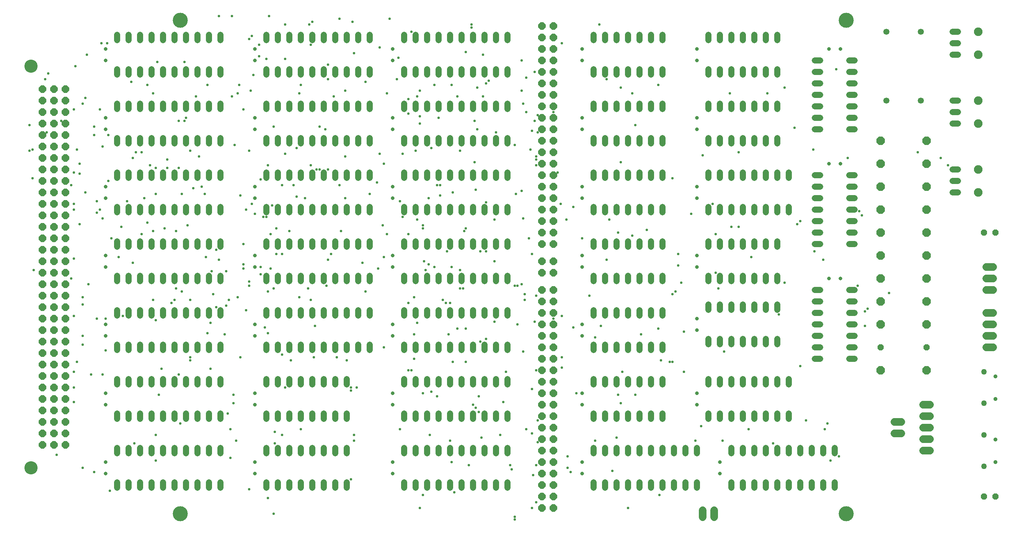
<source format=gbr>
G04 EAGLE Gerber RS-274X export*
G75*
%MOMM*%
%FSLAX34Y34*%
%LPD*%
%INSoldermask Top*%
%IPPOS*%
%AMOC8*
5,1,8,0,0,1.08239X$1,22.5*%
G01*
%ADD10C,3.327000*%
%ADD11C,1.346200*%
%ADD12C,1.346200*%
%ADD13P,1.951982X8X22.500000*%
%ADD14P,1.951982X8X202.500000*%
%ADD15C,1.905000*%
%ADD16C,0.803212*%
%ADD17C,1.651000*%
%ADD18C,0.889000*%
%ADD19C,1.270000*%
%ADD20P,1.457113X8X202.500000*%
%ADD21P,1.457113X8X22.500000*%
%ADD22P,1.787026X8X292.500000*%
%ADD23P,1.787026X8X202.500000*%
%ADD24C,2.921000*%
%ADD25C,0.584200*%


D10*
X152400Y1117600D03*
X152400Y25400D03*
X1625600Y25400D03*
X1625600Y1117600D03*
D11*
X647700Y856996D02*
X647700Y844804D01*
X673100Y844804D02*
X673100Y856996D01*
X800100Y856996D02*
X800100Y844804D01*
X825500Y844804D02*
X825500Y856996D01*
X698500Y856996D02*
X698500Y844804D01*
X723900Y844804D02*
X723900Y856996D01*
X774700Y856996D02*
X774700Y844804D01*
X749300Y844804D02*
X749300Y856996D01*
X850900Y856996D02*
X850900Y844804D01*
X876300Y844804D02*
X876300Y856996D01*
X876300Y921004D02*
X876300Y933196D01*
X850900Y933196D02*
X850900Y921004D01*
X825500Y921004D02*
X825500Y933196D01*
X800100Y933196D02*
X800100Y921004D01*
X774700Y921004D02*
X774700Y933196D01*
X749300Y933196D02*
X749300Y921004D01*
X723900Y921004D02*
X723900Y933196D01*
X698500Y933196D02*
X698500Y921004D01*
X673100Y921004D02*
X673100Y933196D01*
X647700Y933196D02*
X647700Y921004D01*
X342900Y704596D02*
X342900Y692404D01*
X368300Y692404D02*
X368300Y704596D01*
X495300Y704596D02*
X495300Y692404D01*
X520700Y692404D02*
X520700Y704596D01*
X393700Y704596D02*
X393700Y692404D01*
X419100Y692404D02*
X419100Y704596D01*
X469900Y704596D02*
X469900Y692404D01*
X444500Y692404D02*
X444500Y704596D01*
X546100Y704596D02*
X546100Y692404D01*
X571500Y692404D02*
X571500Y704596D01*
X571500Y768604D02*
X571500Y780796D01*
X546100Y780796D02*
X546100Y768604D01*
X520700Y768604D02*
X520700Y780796D01*
X495300Y780796D02*
X495300Y768604D01*
X469900Y768604D02*
X469900Y780796D01*
X444500Y780796D02*
X444500Y768604D01*
X419100Y768604D02*
X419100Y780796D01*
X393700Y780796D02*
X393700Y768604D01*
X368300Y768604D02*
X368300Y780796D01*
X342900Y780796D02*
X342900Y768604D01*
X342900Y997204D02*
X342900Y1009396D01*
X368300Y1009396D02*
X368300Y997204D01*
X495300Y997204D02*
X495300Y1009396D01*
X520700Y1009396D02*
X520700Y997204D01*
X393700Y997204D02*
X393700Y1009396D01*
X419100Y1009396D02*
X419100Y997204D01*
X469900Y997204D02*
X469900Y1009396D01*
X444500Y1009396D02*
X444500Y997204D01*
X546100Y997204D02*
X546100Y1009396D01*
X571500Y1009396D02*
X571500Y997204D01*
X571500Y1073404D02*
X571500Y1085596D01*
X546100Y1085596D02*
X546100Y1073404D01*
X520700Y1073404D02*
X520700Y1085596D01*
X495300Y1085596D02*
X495300Y1073404D01*
X469900Y1073404D02*
X469900Y1085596D01*
X444500Y1085596D02*
X444500Y1073404D01*
X419100Y1073404D02*
X419100Y1085596D01*
X393700Y1085596D02*
X393700Y1073404D01*
X368300Y1073404D02*
X368300Y1085596D01*
X342900Y1085596D02*
X342900Y1073404D01*
X647700Y704596D02*
X647700Y692404D01*
X673100Y692404D02*
X673100Y704596D01*
X800100Y704596D02*
X800100Y692404D01*
X825500Y692404D02*
X825500Y704596D01*
X698500Y704596D02*
X698500Y692404D01*
X723900Y692404D02*
X723900Y704596D01*
X774700Y704596D02*
X774700Y692404D01*
X749300Y692404D02*
X749300Y704596D01*
X850900Y704596D02*
X850900Y692404D01*
X876300Y692404D02*
X876300Y704596D01*
X876300Y768604D02*
X876300Y780796D01*
X850900Y780796D02*
X850900Y768604D01*
X825500Y768604D02*
X825500Y780796D01*
X800100Y780796D02*
X800100Y768604D01*
X774700Y768604D02*
X774700Y780796D01*
X749300Y780796D02*
X749300Y768604D01*
X723900Y768604D02*
X723900Y780796D01*
X698500Y780796D02*
X698500Y768604D01*
X673100Y768604D02*
X673100Y780796D01*
X647700Y780796D02*
X647700Y768604D01*
X12700Y997204D02*
X12700Y1009396D01*
X38100Y1009396D02*
X38100Y997204D01*
X165100Y997204D02*
X165100Y1009396D01*
X190500Y1009396D02*
X190500Y997204D01*
X63500Y997204D02*
X63500Y1009396D01*
X88900Y1009396D02*
X88900Y997204D01*
X139700Y997204D02*
X139700Y1009396D01*
X114300Y1009396D02*
X114300Y997204D01*
X215900Y997204D02*
X215900Y1009396D01*
X241300Y1009396D02*
X241300Y997204D01*
X241300Y1073404D02*
X241300Y1085596D01*
X215900Y1085596D02*
X215900Y1073404D01*
X190500Y1073404D02*
X190500Y1085596D01*
X165100Y1085596D02*
X165100Y1073404D01*
X139700Y1073404D02*
X139700Y1085596D01*
X114300Y1085596D02*
X114300Y1073404D01*
X88900Y1073404D02*
X88900Y1085596D01*
X63500Y1085596D02*
X63500Y1073404D01*
X38100Y1073404D02*
X38100Y1085596D01*
X12700Y1085596D02*
X12700Y1073404D01*
X1066800Y94996D02*
X1066800Y82804D01*
X1092200Y82804D02*
X1092200Y94996D01*
X1219200Y94996D02*
X1219200Y82804D01*
X1244600Y82804D02*
X1244600Y94996D01*
X1117600Y94996D02*
X1117600Y82804D01*
X1143000Y82804D02*
X1143000Y94996D01*
X1193800Y94996D02*
X1193800Y82804D01*
X1168400Y82804D02*
X1168400Y94996D01*
X1270000Y94996D02*
X1270000Y82804D01*
X1295400Y82804D02*
X1295400Y94996D01*
X1295400Y159004D02*
X1295400Y171196D01*
X1270000Y171196D02*
X1270000Y159004D01*
X1244600Y159004D02*
X1244600Y171196D01*
X1219200Y171196D02*
X1219200Y159004D01*
X1193800Y159004D02*
X1193800Y171196D01*
X1168400Y171196D02*
X1168400Y159004D01*
X1143000Y159004D02*
X1143000Y171196D01*
X1117600Y171196D02*
X1117600Y159004D01*
X1092200Y159004D02*
X1092200Y171196D01*
X1066800Y171196D02*
X1066800Y159004D01*
X647700Y387604D02*
X647700Y399796D01*
X673100Y399796D02*
X673100Y387604D01*
X800100Y387604D02*
X800100Y399796D01*
X825500Y399796D02*
X825500Y387604D01*
X698500Y387604D02*
X698500Y399796D01*
X723900Y399796D02*
X723900Y387604D01*
X774700Y387604D02*
X774700Y399796D01*
X749300Y399796D02*
X749300Y387604D01*
X850900Y387604D02*
X850900Y399796D01*
X876300Y399796D02*
X876300Y387604D01*
X876300Y463804D02*
X876300Y475996D01*
X850900Y475996D02*
X850900Y463804D01*
X825500Y463804D02*
X825500Y475996D01*
X800100Y475996D02*
X800100Y463804D01*
X774700Y463804D02*
X774700Y475996D01*
X749300Y475996D02*
X749300Y463804D01*
X723900Y463804D02*
X723900Y475996D01*
X698500Y475996D02*
X698500Y463804D01*
X673100Y463804D02*
X673100Y475996D01*
X647700Y475996D02*
X647700Y463804D01*
X647700Y247396D02*
X647700Y235204D01*
X673100Y235204D02*
X673100Y247396D01*
X800100Y247396D02*
X800100Y235204D01*
X825500Y235204D02*
X825500Y247396D01*
X698500Y247396D02*
X698500Y235204D01*
X723900Y235204D02*
X723900Y247396D01*
X774700Y247396D02*
X774700Y235204D01*
X749300Y235204D02*
X749300Y247396D01*
X850900Y247396D02*
X850900Y235204D01*
X876300Y235204D02*
X876300Y247396D01*
X876300Y311404D02*
X876300Y323596D01*
X850900Y323596D02*
X850900Y311404D01*
X825500Y311404D02*
X825500Y323596D01*
X800100Y323596D02*
X800100Y311404D01*
X774700Y311404D02*
X774700Y323596D01*
X749300Y323596D02*
X749300Y311404D01*
X723900Y311404D02*
X723900Y323596D01*
X698500Y323596D02*
X698500Y311404D01*
X673100Y311404D02*
X673100Y323596D01*
X647700Y323596D02*
X647700Y311404D01*
X1320800Y247396D02*
X1320800Y235204D01*
X1346200Y235204D02*
X1346200Y247396D01*
X1473200Y247396D02*
X1473200Y235204D01*
X1498600Y235204D02*
X1498600Y247396D01*
X1371600Y247396D02*
X1371600Y235204D01*
X1397000Y235204D02*
X1397000Y247396D01*
X1447800Y247396D02*
X1447800Y235204D01*
X1422400Y235204D02*
X1422400Y247396D01*
X1498600Y311404D02*
X1498600Y323596D01*
X1473200Y323596D02*
X1473200Y311404D01*
X1447800Y311404D02*
X1447800Y323596D01*
X1422400Y323596D02*
X1422400Y311404D01*
X1397000Y311404D02*
X1397000Y323596D01*
X1371600Y323596D02*
X1371600Y311404D01*
X1346200Y311404D02*
X1346200Y323596D01*
X1320800Y323596D02*
X1320800Y311404D01*
X1320800Y692404D02*
X1320800Y704596D01*
X1346200Y704596D02*
X1346200Y692404D01*
X1473200Y692404D02*
X1473200Y704596D01*
X1498600Y704596D02*
X1498600Y692404D01*
X1371600Y692404D02*
X1371600Y704596D01*
X1397000Y704596D02*
X1397000Y692404D01*
X1447800Y692404D02*
X1447800Y704596D01*
X1422400Y704596D02*
X1422400Y692404D01*
X1498600Y768604D02*
X1498600Y780796D01*
X1473200Y780796D02*
X1473200Y768604D01*
X1447800Y768604D02*
X1447800Y780796D01*
X1422400Y780796D02*
X1422400Y768604D01*
X1397000Y768604D02*
X1397000Y780796D01*
X1371600Y780796D02*
X1371600Y768604D01*
X1346200Y768604D02*
X1346200Y780796D01*
X1320800Y780796D02*
X1320800Y768604D01*
X1371600Y94996D02*
X1371600Y82804D01*
X1397000Y82804D02*
X1397000Y94996D01*
X1524000Y94996D02*
X1524000Y82804D01*
X1549400Y82804D02*
X1549400Y94996D01*
X1422400Y94996D02*
X1422400Y82804D01*
X1447800Y82804D02*
X1447800Y94996D01*
X1498600Y94996D02*
X1498600Y82804D01*
X1473200Y82804D02*
X1473200Y94996D01*
X1574800Y94996D02*
X1574800Y82804D01*
X1600200Y82804D02*
X1600200Y94996D01*
X1600200Y159004D02*
X1600200Y171196D01*
X1574800Y171196D02*
X1574800Y159004D01*
X1549400Y159004D02*
X1549400Y171196D01*
X1524000Y171196D02*
X1524000Y159004D01*
X1498600Y159004D02*
X1498600Y171196D01*
X1473200Y171196D02*
X1473200Y159004D01*
X1447800Y159004D02*
X1447800Y171196D01*
X1422400Y171196D02*
X1422400Y159004D01*
X1397000Y159004D02*
X1397000Y171196D01*
X1371600Y171196D02*
X1371600Y159004D01*
X12700Y235204D02*
X12700Y247396D01*
X38100Y247396D02*
X38100Y235204D01*
X165100Y235204D02*
X165100Y247396D01*
X190500Y247396D02*
X190500Y235204D01*
X63500Y235204D02*
X63500Y247396D01*
X88900Y247396D02*
X88900Y235204D01*
X139700Y235204D02*
X139700Y247396D01*
X114300Y247396D02*
X114300Y235204D01*
X215900Y235204D02*
X215900Y247396D01*
X241300Y247396D02*
X241300Y235204D01*
X241300Y311404D02*
X241300Y323596D01*
X215900Y323596D02*
X215900Y311404D01*
X190500Y311404D02*
X190500Y323596D01*
X165100Y323596D02*
X165100Y311404D01*
X139700Y311404D02*
X139700Y323596D01*
X114300Y323596D02*
X114300Y311404D01*
X88900Y311404D02*
X88900Y323596D01*
X63500Y323596D02*
X63500Y311404D01*
X38100Y311404D02*
X38100Y323596D01*
X12700Y323596D02*
X12700Y311404D01*
X342900Y94996D02*
X342900Y82804D01*
X368300Y82804D02*
X368300Y94996D01*
X495300Y94996D02*
X495300Y82804D01*
X520700Y82804D02*
X520700Y94996D01*
X393700Y94996D02*
X393700Y82804D01*
X419100Y82804D02*
X419100Y94996D01*
X469900Y94996D02*
X469900Y82804D01*
X444500Y82804D02*
X444500Y94996D01*
X520700Y159004D02*
X520700Y171196D01*
X495300Y171196D02*
X495300Y159004D01*
X469900Y159004D02*
X469900Y171196D01*
X444500Y171196D02*
X444500Y159004D01*
X419100Y159004D02*
X419100Y171196D01*
X393700Y171196D02*
X393700Y159004D01*
X368300Y159004D02*
X368300Y171196D01*
X342900Y171196D02*
X342900Y159004D01*
X342900Y235204D02*
X342900Y247396D01*
X368300Y247396D02*
X368300Y235204D01*
X495300Y235204D02*
X495300Y247396D01*
X520700Y247396D02*
X520700Y235204D01*
X393700Y235204D02*
X393700Y247396D01*
X419100Y247396D02*
X419100Y235204D01*
X469900Y235204D02*
X469900Y247396D01*
X444500Y247396D02*
X444500Y235204D01*
X520700Y311404D02*
X520700Y323596D01*
X495300Y323596D02*
X495300Y311404D01*
X469900Y311404D02*
X469900Y323596D01*
X444500Y323596D02*
X444500Y311404D01*
X419100Y311404D02*
X419100Y323596D01*
X393700Y323596D02*
X393700Y311404D01*
X368300Y311404D02*
X368300Y323596D01*
X342900Y323596D02*
X342900Y311404D01*
X12700Y94996D02*
X12700Y82804D01*
X38100Y82804D02*
X38100Y94996D01*
X165100Y94996D02*
X165100Y82804D01*
X190500Y82804D02*
X190500Y94996D01*
X63500Y94996D02*
X63500Y82804D01*
X88900Y82804D02*
X88900Y94996D01*
X139700Y94996D02*
X139700Y82804D01*
X114300Y82804D02*
X114300Y94996D01*
X215900Y94996D02*
X215900Y82804D01*
X241300Y82804D02*
X241300Y94996D01*
X241300Y159004D02*
X241300Y171196D01*
X215900Y171196D02*
X215900Y159004D01*
X190500Y159004D02*
X190500Y171196D01*
X165100Y171196D02*
X165100Y159004D01*
X139700Y159004D02*
X139700Y171196D01*
X114300Y171196D02*
X114300Y159004D01*
X88900Y159004D02*
X88900Y171196D01*
X63500Y171196D02*
X63500Y159004D01*
X38100Y159004D02*
X38100Y171196D01*
X12700Y171196D02*
X12700Y159004D01*
X1556004Y520700D02*
X1568196Y520700D01*
X1568196Y495300D02*
X1556004Y495300D01*
X1556004Y368300D02*
X1568196Y368300D01*
X1632204Y368300D02*
X1644396Y368300D01*
X1568196Y469900D02*
X1556004Y469900D01*
X1556004Y444500D02*
X1568196Y444500D01*
X1568196Y393700D02*
X1556004Y393700D01*
X1556004Y419100D02*
X1568196Y419100D01*
X1632204Y393700D02*
X1644396Y393700D01*
X1644396Y419100D02*
X1632204Y419100D01*
X1632204Y444500D02*
X1644396Y444500D01*
X1644396Y469900D02*
X1632204Y469900D01*
X1632204Y495300D02*
X1644396Y495300D01*
X1644396Y520700D02*
X1632204Y520700D01*
X1066800Y247396D02*
X1066800Y235204D01*
X1092200Y235204D02*
X1092200Y247396D01*
X1219200Y247396D02*
X1219200Y235204D01*
X1219200Y311404D02*
X1219200Y323596D01*
X1117600Y247396D02*
X1117600Y235204D01*
X1143000Y235204D02*
X1143000Y247396D01*
X1193800Y247396D02*
X1193800Y235204D01*
X1168400Y235204D02*
X1168400Y247396D01*
X1193800Y311404D02*
X1193800Y323596D01*
X1168400Y323596D02*
X1168400Y311404D01*
X1143000Y311404D02*
X1143000Y323596D01*
X1117600Y323596D02*
X1117600Y311404D01*
X1092200Y311404D02*
X1092200Y323596D01*
X1066800Y323596D02*
X1066800Y311404D01*
X1066800Y387604D02*
X1066800Y399796D01*
X1092200Y399796D02*
X1092200Y387604D01*
X1219200Y387604D02*
X1219200Y399796D01*
X1219200Y463804D02*
X1219200Y475996D01*
X1117600Y399796D02*
X1117600Y387604D01*
X1143000Y387604D02*
X1143000Y399796D01*
X1193800Y399796D02*
X1193800Y387604D01*
X1168400Y387604D02*
X1168400Y399796D01*
X1193800Y463804D02*
X1193800Y475996D01*
X1168400Y475996D02*
X1168400Y463804D01*
X1143000Y463804D02*
X1143000Y475996D01*
X1117600Y475996D02*
X1117600Y463804D01*
X1092200Y463804D02*
X1092200Y475996D01*
X1066800Y475996D02*
X1066800Y463804D01*
D12*
X1714500Y1092200D03*
X1714500Y939800D03*
X1790700Y939800D03*
X1790700Y1092200D03*
D11*
X647700Y94996D02*
X647700Y82804D01*
X673100Y82804D02*
X673100Y94996D01*
X800100Y94996D02*
X800100Y82804D01*
X825500Y82804D02*
X825500Y94996D01*
X698500Y94996D02*
X698500Y82804D01*
X723900Y82804D02*
X723900Y94996D01*
X774700Y94996D02*
X774700Y82804D01*
X749300Y82804D02*
X749300Y94996D01*
X850900Y94996D02*
X850900Y82804D01*
X876300Y82804D02*
X876300Y94996D01*
X876300Y159004D02*
X876300Y171196D01*
X850900Y171196D02*
X850900Y159004D01*
X825500Y159004D02*
X825500Y171196D01*
X800100Y171196D02*
X800100Y159004D01*
X774700Y159004D02*
X774700Y171196D01*
X749300Y171196D02*
X749300Y159004D01*
X723900Y159004D02*
X723900Y171196D01*
X698500Y171196D02*
X698500Y159004D01*
X673100Y159004D02*
X673100Y171196D01*
X647700Y171196D02*
X647700Y159004D01*
X1066800Y844804D02*
X1066800Y856996D01*
X1092200Y856996D02*
X1092200Y844804D01*
X1219200Y844804D02*
X1219200Y856996D01*
X1219200Y921004D02*
X1219200Y933196D01*
X1117600Y856996D02*
X1117600Y844804D01*
X1143000Y844804D02*
X1143000Y856996D01*
X1193800Y856996D02*
X1193800Y844804D01*
X1168400Y844804D02*
X1168400Y856996D01*
X1193800Y921004D02*
X1193800Y933196D01*
X1168400Y933196D02*
X1168400Y921004D01*
X1143000Y921004D02*
X1143000Y933196D01*
X1117600Y933196D02*
X1117600Y921004D01*
X1092200Y921004D02*
X1092200Y933196D01*
X1066800Y933196D02*
X1066800Y921004D01*
X1556004Y1028700D02*
X1568196Y1028700D01*
X1568196Y1003300D02*
X1556004Y1003300D01*
X1556004Y876300D02*
X1568196Y876300D01*
X1632204Y876300D02*
X1644396Y876300D01*
X1568196Y977900D02*
X1556004Y977900D01*
X1556004Y952500D02*
X1568196Y952500D01*
X1568196Y901700D02*
X1556004Y901700D01*
X1556004Y927100D02*
X1568196Y927100D01*
X1632204Y901700D02*
X1644396Y901700D01*
X1644396Y927100D02*
X1632204Y927100D01*
X1632204Y952500D02*
X1644396Y952500D01*
X1644396Y977900D02*
X1632204Y977900D01*
X1632204Y1003300D02*
X1644396Y1003300D01*
X1644396Y1028700D02*
X1632204Y1028700D01*
D13*
X1701800Y647700D03*
X1803400Y647700D03*
D14*
X1803400Y596900D03*
X1701800Y596900D03*
D11*
X1066800Y552196D02*
X1066800Y540004D01*
X1092200Y540004D02*
X1092200Y552196D01*
X1219200Y552196D02*
X1219200Y540004D01*
X1219200Y616204D02*
X1219200Y628396D01*
X1117600Y552196D02*
X1117600Y540004D01*
X1143000Y540004D02*
X1143000Y552196D01*
X1193800Y552196D02*
X1193800Y540004D01*
X1168400Y540004D02*
X1168400Y552196D01*
X1193800Y616204D02*
X1193800Y628396D01*
X1168400Y628396D02*
X1168400Y616204D01*
X1143000Y616204D02*
X1143000Y628396D01*
X1117600Y628396D02*
X1117600Y616204D01*
X1092200Y616204D02*
X1092200Y628396D01*
X1066800Y628396D02*
X1066800Y616204D01*
X1320800Y412496D02*
X1320800Y400304D01*
X1346200Y400304D02*
X1346200Y412496D01*
X1473200Y412496D02*
X1473200Y400304D01*
X1473200Y476504D02*
X1473200Y488696D01*
X1371600Y412496D02*
X1371600Y400304D01*
X1397000Y400304D02*
X1397000Y412496D01*
X1447800Y412496D02*
X1447800Y400304D01*
X1422400Y400304D02*
X1422400Y412496D01*
X1447800Y476504D02*
X1447800Y488696D01*
X1422400Y488696D02*
X1422400Y476504D01*
X1397000Y476504D02*
X1397000Y488696D01*
X1371600Y488696D02*
X1371600Y476504D01*
X1346200Y476504D02*
X1346200Y488696D01*
X1320800Y488696D02*
X1320800Y476504D01*
D13*
X1701800Y850900D03*
X1803400Y850900D03*
X1701800Y800100D03*
X1803400Y800100D03*
D11*
X1860804Y1092200D02*
X1872996Y1092200D01*
X1872996Y1066800D02*
X1860804Y1066800D01*
X1860804Y1041400D02*
X1872996Y1041400D01*
D15*
X1917700Y1092200D03*
X1917700Y1041400D03*
D13*
X1701800Y749300D03*
X1803400Y749300D03*
D14*
X1803400Y698500D03*
X1701800Y698500D03*
D11*
X1860804Y939800D02*
X1872996Y939800D01*
X1872996Y914400D02*
X1860804Y914400D01*
X1860804Y889000D02*
X1872996Y889000D01*
D15*
X1917700Y939800D03*
X1917700Y889000D03*
D11*
X1568196Y774700D02*
X1556004Y774700D01*
X1556004Y749300D02*
X1568196Y749300D01*
X1568196Y622300D02*
X1556004Y622300D01*
X1632204Y622300D02*
X1644396Y622300D01*
X1568196Y723900D02*
X1556004Y723900D01*
X1556004Y698500D02*
X1568196Y698500D01*
X1568196Y647700D02*
X1556004Y647700D01*
X1556004Y673100D02*
X1568196Y673100D01*
X1632204Y647700D02*
X1644396Y647700D01*
X1644396Y673100D02*
X1632204Y673100D01*
X1632204Y698500D02*
X1644396Y698500D01*
X1644396Y723900D02*
X1632204Y723900D01*
X1632204Y749300D02*
X1644396Y749300D01*
X1644396Y774700D02*
X1632204Y774700D01*
X1320800Y997204D02*
X1320800Y1009396D01*
X1346200Y1009396D02*
X1346200Y997204D01*
X1473200Y997204D02*
X1473200Y1009396D01*
X1473200Y1073404D02*
X1473200Y1085596D01*
X1371600Y1009396D02*
X1371600Y997204D01*
X1397000Y997204D02*
X1397000Y1009396D01*
X1447800Y1009396D02*
X1447800Y997204D01*
X1422400Y997204D02*
X1422400Y1009396D01*
X1447800Y1073404D02*
X1447800Y1085596D01*
X1422400Y1085596D02*
X1422400Y1073404D01*
X1397000Y1073404D02*
X1397000Y1085596D01*
X1371600Y1085596D02*
X1371600Y1073404D01*
X1346200Y1073404D02*
X1346200Y1085596D01*
X1320800Y1085596D02*
X1320800Y1073404D01*
X647700Y1009396D02*
X647700Y997204D01*
X673100Y997204D02*
X673100Y1009396D01*
X800100Y1009396D02*
X800100Y997204D01*
X825500Y997204D02*
X825500Y1009396D01*
X698500Y1009396D02*
X698500Y997204D01*
X723900Y997204D02*
X723900Y1009396D01*
X774700Y1009396D02*
X774700Y997204D01*
X749300Y997204D02*
X749300Y1009396D01*
X850900Y1009396D02*
X850900Y997204D01*
X876300Y997204D02*
X876300Y1009396D01*
X876300Y1073404D02*
X876300Y1085596D01*
X850900Y1085596D02*
X850900Y1073404D01*
X825500Y1073404D02*
X825500Y1085596D01*
X800100Y1085596D02*
X800100Y1073404D01*
X774700Y1073404D02*
X774700Y1085596D01*
X749300Y1085596D02*
X749300Y1073404D01*
X723900Y1073404D02*
X723900Y1085596D01*
X698500Y1085596D02*
X698500Y1073404D01*
X673100Y1073404D02*
X673100Y1085596D01*
X647700Y1085596D02*
X647700Y1073404D01*
X342900Y856996D02*
X342900Y844804D01*
X368300Y844804D02*
X368300Y856996D01*
X495300Y856996D02*
X495300Y844804D01*
X520700Y844804D02*
X520700Y856996D01*
X393700Y856996D02*
X393700Y844804D01*
X419100Y844804D02*
X419100Y856996D01*
X469900Y856996D02*
X469900Y844804D01*
X444500Y844804D02*
X444500Y856996D01*
X546100Y856996D02*
X546100Y844804D01*
X571500Y844804D02*
X571500Y856996D01*
X571500Y921004D02*
X571500Y933196D01*
X546100Y933196D02*
X546100Y921004D01*
X520700Y921004D02*
X520700Y933196D01*
X495300Y933196D02*
X495300Y921004D01*
X469900Y921004D02*
X469900Y933196D01*
X444500Y933196D02*
X444500Y921004D01*
X419100Y921004D02*
X419100Y933196D01*
X393700Y933196D02*
X393700Y921004D01*
X368300Y921004D02*
X368300Y933196D01*
X342900Y933196D02*
X342900Y921004D01*
X1066800Y997204D02*
X1066800Y1009396D01*
X1092200Y1009396D02*
X1092200Y997204D01*
X1219200Y997204D02*
X1219200Y1009396D01*
X1219200Y1073404D02*
X1219200Y1085596D01*
X1117600Y1009396D02*
X1117600Y997204D01*
X1143000Y997204D02*
X1143000Y1009396D01*
X1193800Y1009396D02*
X1193800Y997204D01*
X1168400Y997204D02*
X1168400Y1009396D01*
X1193800Y1073404D02*
X1193800Y1085596D01*
X1168400Y1085596D02*
X1168400Y1073404D01*
X1143000Y1073404D02*
X1143000Y1085596D01*
X1117600Y1085596D02*
X1117600Y1073404D01*
X1092200Y1073404D02*
X1092200Y1085596D01*
X1066800Y1085596D02*
X1066800Y1073404D01*
X1320800Y552196D02*
X1320800Y540004D01*
X1346200Y540004D02*
X1346200Y552196D01*
X1473200Y552196D02*
X1473200Y540004D01*
X1473200Y616204D02*
X1473200Y628396D01*
X1371600Y552196D02*
X1371600Y540004D01*
X1397000Y540004D02*
X1397000Y552196D01*
X1447800Y552196D02*
X1447800Y540004D01*
X1422400Y540004D02*
X1422400Y552196D01*
X1447800Y616204D02*
X1447800Y628396D01*
X1422400Y628396D02*
X1422400Y616204D01*
X1397000Y616204D02*
X1397000Y628396D01*
X1371600Y628396D02*
X1371600Y616204D01*
X1346200Y616204D02*
X1346200Y628396D01*
X1320800Y628396D02*
X1320800Y616204D01*
X12700Y844804D02*
X12700Y856996D01*
X38100Y856996D02*
X38100Y844804D01*
X165100Y844804D02*
X165100Y856996D01*
X190500Y856996D02*
X190500Y844804D01*
X63500Y844804D02*
X63500Y856996D01*
X88900Y856996D02*
X88900Y844804D01*
X139700Y844804D02*
X139700Y856996D01*
X114300Y856996D02*
X114300Y844804D01*
X215900Y844804D02*
X215900Y856996D01*
X241300Y856996D02*
X241300Y844804D01*
X241300Y921004D02*
X241300Y933196D01*
X215900Y933196D02*
X215900Y921004D01*
X190500Y921004D02*
X190500Y933196D01*
X165100Y933196D02*
X165100Y921004D01*
X139700Y921004D02*
X139700Y933196D01*
X114300Y933196D02*
X114300Y921004D01*
X88900Y921004D02*
X88900Y933196D01*
X63500Y933196D02*
X63500Y921004D01*
X38100Y921004D02*
X38100Y933196D01*
X12700Y933196D02*
X12700Y921004D01*
X12700Y704596D02*
X12700Y692404D01*
X38100Y692404D02*
X38100Y704596D01*
X165100Y704596D02*
X165100Y692404D01*
X190500Y692404D02*
X190500Y704596D01*
X63500Y704596D02*
X63500Y692404D01*
X88900Y692404D02*
X88900Y704596D01*
X139700Y704596D02*
X139700Y692404D01*
X114300Y692404D02*
X114300Y704596D01*
X215900Y704596D02*
X215900Y692404D01*
X241300Y692404D02*
X241300Y704596D01*
X241300Y768604D02*
X241300Y780796D01*
X215900Y780796D02*
X215900Y768604D01*
X190500Y768604D02*
X190500Y780796D01*
X165100Y780796D02*
X165100Y768604D01*
X139700Y768604D02*
X139700Y780796D01*
X114300Y780796D02*
X114300Y768604D01*
X88900Y768604D02*
X88900Y780796D01*
X63500Y780796D02*
X63500Y768604D01*
X38100Y768604D02*
X38100Y780796D01*
X12700Y780796D02*
X12700Y768604D01*
X12700Y552196D02*
X12700Y540004D01*
X38100Y540004D02*
X38100Y552196D01*
X165100Y552196D02*
X165100Y540004D01*
X190500Y540004D02*
X190500Y552196D01*
X63500Y552196D02*
X63500Y540004D01*
X88900Y540004D02*
X88900Y552196D01*
X139700Y552196D02*
X139700Y540004D01*
X114300Y540004D02*
X114300Y552196D01*
X215900Y552196D02*
X215900Y540004D01*
X241300Y540004D02*
X241300Y552196D01*
X241300Y616204D02*
X241300Y628396D01*
X215900Y628396D02*
X215900Y616204D01*
X190500Y616204D02*
X190500Y628396D01*
X165100Y628396D02*
X165100Y616204D01*
X139700Y616204D02*
X139700Y628396D01*
X114300Y628396D02*
X114300Y616204D01*
X88900Y616204D02*
X88900Y628396D01*
X63500Y628396D02*
X63500Y616204D01*
X38100Y616204D02*
X38100Y628396D01*
X12700Y628396D02*
X12700Y616204D01*
D16*
X1041400Y139700D03*
X1041400Y114300D03*
X1041400Y292100D03*
X1041400Y266700D03*
X1041400Y444500D03*
X1041400Y419100D03*
X317500Y139700D03*
X317500Y114300D03*
X1295400Y749300D03*
X1295400Y723900D03*
X1295400Y457200D03*
X1295400Y431800D03*
X1041400Y749300D03*
X1041400Y723900D03*
X1041400Y901700D03*
X1041400Y876300D03*
X622300Y571500D03*
X622300Y596900D03*
X317500Y444500D03*
X317500Y419100D03*
X622300Y1054100D03*
X622300Y1028700D03*
X317500Y292100D03*
X317500Y266700D03*
X622300Y723900D03*
X622300Y749300D03*
X622300Y114300D03*
X622300Y139700D03*
X317500Y596900D03*
X317500Y571500D03*
X317500Y749300D03*
X317500Y723900D03*
X622300Y901700D03*
X622300Y876300D03*
X317500Y901700D03*
X317500Y876300D03*
X-12700Y1054100D03*
X-12700Y1028700D03*
X317500Y1054100D03*
X317500Y1028700D03*
X-12700Y901700D03*
X-12700Y876300D03*
X-12700Y749300D03*
X-12700Y723900D03*
X-12700Y596900D03*
X-12700Y571500D03*
X-12700Y444500D03*
X-12700Y419100D03*
D11*
X12700Y399796D02*
X12700Y387604D01*
X38100Y387604D02*
X38100Y399796D01*
X165100Y399796D02*
X165100Y387604D01*
X190500Y387604D02*
X190500Y399796D01*
X63500Y399796D02*
X63500Y387604D01*
X88900Y387604D02*
X88900Y399796D01*
X139700Y399796D02*
X139700Y387604D01*
X114300Y387604D02*
X114300Y399796D01*
X215900Y399796D02*
X215900Y387604D01*
X241300Y387604D02*
X241300Y399796D01*
X241300Y463804D02*
X241300Y475996D01*
X215900Y475996D02*
X215900Y463804D01*
X190500Y463804D02*
X190500Y475996D01*
X165100Y475996D02*
X165100Y463804D01*
X139700Y463804D02*
X139700Y475996D01*
X114300Y475996D02*
X114300Y463804D01*
X88900Y463804D02*
X88900Y475996D01*
X63500Y475996D02*
X63500Y463804D01*
X38100Y463804D02*
X38100Y475996D01*
X12700Y475996D02*
X12700Y463804D01*
X342900Y399796D02*
X342900Y387604D01*
X368300Y387604D02*
X368300Y399796D01*
X495300Y399796D02*
X495300Y387604D01*
X520700Y387604D02*
X520700Y399796D01*
X393700Y399796D02*
X393700Y387604D01*
X419100Y387604D02*
X419100Y399796D01*
X469900Y399796D02*
X469900Y387604D01*
X444500Y387604D02*
X444500Y399796D01*
X546100Y399796D02*
X546100Y387604D01*
X571500Y387604D02*
X571500Y399796D01*
X571500Y463804D02*
X571500Y475996D01*
X546100Y475996D02*
X546100Y463804D01*
X520700Y463804D02*
X520700Y475996D01*
X495300Y475996D02*
X495300Y463804D01*
X469900Y463804D02*
X469900Y475996D01*
X444500Y475996D02*
X444500Y463804D01*
X419100Y463804D02*
X419100Y475996D01*
X393700Y475996D02*
X393700Y463804D01*
X368300Y463804D02*
X368300Y475996D01*
X342900Y475996D02*
X342900Y463804D01*
D16*
X1295400Y596900D03*
X1295400Y571500D03*
X1041400Y596900D03*
X1041400Y571500D03*
X-12700Y292100D03*
X-12700Y266700D03*
X-12700Y139700D03*
X-12700Y114300D03*
X622300Y444500D03*
X622300Y419100D03*
X1295400Y292100D03*
X1295400Y266700D03*
X1587500Y1054100D03*
X1612900Y1054100D03*
X1295400Y1054100D03*
X1295400Y1028700D03*
X1295400Y901700D03*
X1295400Y876300D03*
X1041400Y1054100D03*
X1041400Y1028700D03*
D11*
X1860804Y787400D02*
X1872996Y787400D01*
X1872996Y762000D02*
X1860804Y762000D01*
X1860804Y736600D02*
X1872996Y736600D01*
D15*
X1917700Y787400D03*
X1917700Y736600D03*
D11*
X1066800Y704596D02*
X1066800Y692404D01*
X1092200Y692404D02*
X1092200Y704596D01*
X1219200Y704596D02*
X1219200Y692404D01*
X1219200Y768604D02*
X1219200Y780796D01*
X1117600Y704596D02*
X1117600Y692404D01*
X1143000Y692404D02*
X1143000Y704596D01*
X1193800Y704596D02*
X1193800Y692404D01*
X1168400Y692404D02*
X1168400Y704596D01*
X1193800Y768604D02*
X1193800Y780796D01*
X1168400Y780796D02*
X1168400Y768604D01*
X1143000Y768604D02*
X1143000Y780796D01*
X1117600Y780796D02*
X1117600Y768604D01*
X1092200Y768604D02*
X1092200Y780796D01*
X1066800Y780796D02*
X1066800Y768604D01*
D17*
X1795780Y165100D02*
X1811020Y165100D01*
X1811020Y190500D02*
X1795780Y190500D01*
X1795780Y215900D02*
X1811020Y215900D01*
X1811020Y241300D02*
X1795780Y241300D01*
X1795780Y266700D02*
X1811020Y266700D01*
D16*
X1346200Y139700D03*
X1346200Y114300D03*
D13*
X1701800Y546100D03*
X1803400Y546100D03*
D11*
X1320800Y844804D02*
X1320800Y856996D01*
X1346200Y856996D02*
X1346200Y844804D01*
X1473200Y844804D02*
X1473200Y856996D01*
X1473200Y921004D02*
X1473200Y933196D01*
X1371600Y856996D02*
X1371600Y844804D01*
X1397000Y844804D02*
X1397000Y856996D01*
X1447800Y856996D02*
X1447800Y844804D01*
X1422400Y844804D02*
X1422400Y856996D01*
X1447800Y921004D02*
X1447800Y933196D01*
X1422400Y933196D02*
X1422400Y921004D01*
X1397000Y921004D02*
X1397000Y933196D01*
X1371600Y933196D02*
X1371600Y921004D01*
X1346200Y921004D02*
X1346200Y933196D01*
X1320800Y933196D02*
X1320800Y921004D01*
D18*
X1955800Y329800D03*
X1955800Y279800D03*
D19*
X1930800Y269800D03*
X1930800Y339800D03*
D14*
X1803400Y444500D03*
X1701800Y444500D03*
D18*
X1955800Y190100D03*
X1955800Y140100D03*
D19*
X1930800Y130100D03*
X1930800Y200100D03*
D14*
X1803400Y495300D03*
X1701800Y495300D03*
D20*
X1955800Y647700D03*
X1930400Y647700D03*
D21*
X1701800Y393700D03*
X1803400Y393700D03*
D16*
X622300Y266700D03*
X622300Y292100D03*
D22*
X952500Y1104900D03*
X952500Y1079500D03*
X952500Y1054100D03*
X952500Y1028700D03*
X952500Y1003300D03*
X952500Y977900D03*
X977900Y1104900D03*
X977900Y1079500D03*
X977900Y1054100D03*
X977900Y1028700D03*
X977900Y1003300D03*
X977900Y977900D03*
X952500Y952500D03*
X977900Y952500D03*
X952500Y927100D03*
X952500Y901700D03*
X952500Y876300D03*
X952500Y850900D03*
X952500Y825500D03*
X952500Y800100D03*
X977900Y927100D03*
X977900Y901700D03*
X977900Y876300D03*
X977900Y850900D03*
X977900Y825500D03*
X977900Y800100D03*
X952500Y774700D03*
X977900Y774700D03*
X952500Y749300D03*
X952500Y723900D03*
X952500Y698500D03*
X952500Y673100D03*
X952500Y647700D03*
X952500Y622300D03*
X977900Y749300D03*
X977900Y723900D03*
X977900Y698500D03*
X977900Y673100D03*
X977900Y647700D03*
X977900Y622300D03*
X952500Y520700D03*
X952500Y495300D03*
X952500Y469900D03*
X952500Y444500D03*
X952500Y419100D03*
X952500Y393700D03*
X977900Y520700D03*
X977900Y495300D03*
X977900Y469900D03*
X977900Y444500D03*
X977900Y419100D03*
X977900Y393700D03*
X952500Y368300D03*
X977900Y368300D03*
X952500Y342900D03*
X952500Y317500D03*
X952500Y292100D03*
X952500Y266700D03*
X952500Y241300D03*
X952500Y215900D03*
X977900Y342900D03*
X977900Y317500D03*
X977900Y292100D03*
X977900Y266700D03*
X977900Y241300D03*
X977900Y215900D03*
X952500Y190500D03*
X977900Y190500D03*
X952500Y165100D03*
X952500Y139700D03*
X952500Y114300D03*
X952500Y88900D03*
X952500Y63500D03*
X952500Y38100D03*
X977900Y165100D03*
X977900Y139700D03*
X977900Y114300D03*
X977900Y88900D03*
X977900Y63500D03*
X977900Y38100D03*
X952500Y584200D03*
X977900Y584200D03*
X952500Y558800D03*
X977900Y558800D03*
D11*
X647700Y552196D02*
X647700Y540004D01*
X673100Y540004D02*
X673100Y552196D01*
X800100Y552196D02*
X800100Y540004D01*
X825500Y540004D02*
X825500Y552196D01*
X698500Y552196D02*
X698500Y540004D01*
X723900Y540004D02*
X723900Y552196D01*
X774700Y552196D02*
X774700Y540004D01*
X749300Y540004D02*
X749300Y552196D01*
X850900Y552196D02*
X850900Y540004D01*
X876300Y540004D02*
X876300Y552196D01*
X876300Y616204D02*
X876300Y628396D01*
X850900Y628396D02*
X850900Y616204D01*
X825500Y616204D02*
X825500Y628396D01*
X800100Y628396D02*
X800100Y616204D01*
X774700Y616204D02*
X774700Y628396D01*
X749300Y628396D02*
X749300Y616204D01*
X723900Y616204D02*
X723900Y628396D01*
X698500Y628396D02*
X698500Y616204D01*
X673100Y616204D02*
X673100Y628396D01*
X647700Y628396D02*
X647700Y616204D01*
D17*
X1935480Y520700D02*
X1950720Y520700D01*
X1950720Y546100D02*
X1935480Y546100D01*
X1935480Y571500D02*
X1950720Y571500D01*
X1747520Y203200D02*
X1732280Y203200D01*
X1732280Y228600D02*
X1747520Y228600D01*
D11*
X342900Y540004D02*
X342900Y552196D01*
X368300Y552196D02*
X368300Y540004D01*
X495300Y540004D02*
X495300Y552196D01*
X520700Y552196D02*
X520700Y540004D01*
X393700Y540004D02*
X393700Y552196D01*
X419100Y552196D02*
X419100Y540004D01*
X469900Y540004D02*
X469900Y552196D01*
X444500Y552196D02*
X444500Y540004D01*
X546100Y540004D02*
X546100Y552196D01*
X571500Y552196D02*
X571500Y540004D01*
X571500Y616204D02*
X571500Y628396D01*
X546100Y628396D02*
X546100Y616204D01*
X520700Y616204D02*
X520700Y628396D01*
X495300Y628396D02*
X495300Y616204D01*
X469900Y616204D02*
X469900Y628396D01*
X444500Y628396D02*
X444500Y616204D01*
X419100Y616204D02*
X419100Y628396D01*
X393700Y628396D02*
X393700Y616204D01*
X368300Y616204D02*
X368300Y628396D01*
X342900Y628396D02*
X342900Y616204D01*
D17*
X1308100Y33020D02*
X1308100Y17780D01*
X1333500Y17780D02*
X1333500Y33020D01*
D23*
X-152400Y177800D03*
X-152400Y203200D03*
X-152400Y228600D03*
X-152400Y254000D03*
X-152400Y279400D03*
X-152400Y304800D03*
X-152400Y330200D03*
X-152400Y355600D03*
X-152400Y381000D03*
X-152400Y406400D03*
X-152400Y431800D03*
X-152400Y457200D03*
X-152400Y482600D03*
X-152400Y508000D03*
X-152400Y533400D03*
X-152400Y558800D03*
X-127000Y177800D03*
X-127000Y203200D03*
X-127000Y228600D03*
X-127000Y254000D03*
X-127000Y279400D03*
X-127000Y304800D03*
X-127000Y330200D03*
X-127000Y355600D03*
X-127000Y381000D03*
X-127000Y406400D03*
X-127000Y431800D03*
X-127000Y457200D03*
X-127000Y482600D03*
X-127000Y508000D03*
X-127000Y533400D03*
X-127000Y558800D03*
X-101600Y177800D03*
X-101600Y203200D03*
X-101600Y228600D03*
X-101600Y254000D03*
X-101600Y279400D03*
X-101600Y304800D03*
X-101600Y330200D03*
X-101600Y355600D03*
X-101600Y381000D03*
X-101600Y406400D03*
X-101600Y431800D03*
X-101600Y457200D03*
X-101600Y482600D03*
X-101600Y508000D03*
X-101600Y533400D03*
X-101600Y558800D03*
X-152400Y584200D03*
X-152400Y609600D03*
X-152400Y635000D03*
X-152400Y660400D03*
X-152400Y685800D03*
X-152400Y711200D03*
X-152400Y736600D03*
X-152400Y762000D03*
X-152400Y787400D03*
X-152400Y812800D03*
X-152400Y838200D03*
X-152400Y863600D03*
X-152400Y889000D03*
X-152400Y914400D03*
X-152400Y939800D03*
X-152400Y965200D03*
X-127000Y584200D03*
X-127000Y609600D03*
X-127000Y635000D03*
X-127000Y660400D03*
X-127000Y685800D03*
X-127000Y711200D03*
X-127000Y736600D03*
X-127000Y762000D03*
X-127000Y787400D03*
X-127000Y812800D03*
X-127000Y838200D03*
X-127000Y863600D03*
X-127000Y889000D03*
X-127000Y914400D03*
X-127000Y939800D03*
X-127000Y965200D03*
X-101600Y584200D03*
X-101600Y609600D03*
X-101600Y635000D03*
X-101600Y660400D03*
X-101600Y685800D03*
X-101600Y711200D03*
X-101600Y736600D03*
X-101600Y762000D03*
X-101600Y787400D03*
X-101600Y812800D03*
X-101600Y838200D03*
X-101600Y863600D03*
X-101600Y889000D03*
X-101600Y914400D03*
X-101600Y939800D03*
X-101600Y965200D03*
D24*
X-177800Y1016064D03*
X-177800Y126936D03*
D20*
X1955800Y63500D03*
X1930400Y63500D03*
D16*
X1587500Y800100D03*
X1612900Y800100D03*
X1587500Y546100D03*
X1612900Y546100D03*
D17*
X1935480Y393700D02*
X1950720Y393700D01*
X1950720Y419100D02*
X1935480Y419100D01*
X1935480Y444500D02*
X1950720Y444500D01*
X1950720Y469900D02*
X1935480Y469900D01*
D14*
X1803400Y342900D03*
X1701800Y342900D03*
D25*
X1352550Y187325D03*
X1266825Y339725D03*
X996950Y349250D03*
X1536700Y231775D03*
X1304925Y219075D03*
X704850Y200025D03*
X885825Y123825D03*
X1524000Y352425D03*
X1584325Y225425D03*
X1463675Y180975D03*
X749300Y187325D03*
X942975Y184150D03*
X882650Y133350D03*
X939800Y133350D03*
X911225Y384175D03*
X266700Y1127125D03*
X1095375Y987425D03*
X1022350Y704850D03*
X460375Y882650D03*
X771525Y828675D03*
X784225Y657225D03*
X441325Y1063625D03*
X796925Y1101725D03*
X911225Y679450D03*
X66675Y825500D03*
X384175Y822325D03*
X-82550Y781050D03*
X631825Y987425D03*
X593725Y822325D03*
X-76200Y361950D03*
X361950Y206375D03*
X79375Y669925D03*
X714375Y974725D03*
X419100Y974725D03*
X447675Y371475D03*
X174625Y371475D03*
X174625Y828675D03*
X-82550Y698500D03*
X-76200Y831850D03*
X673100Y828675D03*
X285750Y371475D03*
X304800Y828675D03*
X561975Y981075D03*
X180975Y746125D03*
X498475Y371475D03*
X219075Y346075D03*
X517525Y815975D03*
X193675Y815975D03*
X254000Y485775D03*
X231775Y482600D03*
X517525Y962025D03*
X307975Y962025D03*
X-69850Y777875D03*
X-57150Y946150D03*
X809625Y968375D03*
X149225Y333375D03*
X441325Y498475D03*
X174625Y498475D03*
X187325Y949325D03*
X492125Y949325D03*
X-82550Y920750D03*
X676275Y949325D03*
X260350Y498475D03*
X266700Y949325D03*
X415925Y504825D03*
X133350Y492125D03*
X92075Y955675D03*
X415925Y955675D03*
X-69850Y800100D03*
X-63500Y933450D03*
X682625Y962025D03*
X279400Y504825D03*
X279400Y955675D03*
X98425Y454025D03*
X53975Y825500D03*
X657225Y942975D03*
X25400Y463550D03*
X111125Y346075D03*
X149225Y895350D03*
X441325Y796925D03*
X149225Y790575D03*
X517525Y723900D03*
X-180975Y885825D03*
X-180975Y828675D03*
X292100Y568325D03*
X298450Y476250D03*
X212725Y425450D03*
X-63500Y400050D03*
X292100Y920750D03*
X292100Y622300D03*
X209550Y593725D03*
X139700Y498475D03*
X-63500Y504825D03*
X409575Y727075D03*
X355600Y708025D03*
X358775Y523875D03*
X104775Y288925D03*
X434975Y523875D03*
X346075Y517525D03*
X269875Y288925D03*
X-19050Y333375D03*
X358775Y882650D03*
X-6350Y863600D03*
X-44450Y333375D03*
X1101725Y676275D03*
X327025Y1063625D03*
X996950Y1066800D03*
X1006475Y676275D03*
X161925Y1025525D03*
X101600Y1025525D03*
X-31750Y717550D03*
X384175Y1108075D03*
X384175Y1031875D03*
X936625Y1003300D03*
X752475Y974725D03*
X682625Y904875D03*
X161925Y895350D03*
X590550Y568325D03*
X777875Y523875D03*
X752475Y139700D03*
X1511300Y879475D03*
X1489075Y968375D03*
X1555750Y606425D03*
X1524000Y673100D03*
X1517650Y666750D03*
X377825Y200025D03*
X98425Y200025D03*
X152400Y225425D03*
X396875Y365125D03*
X174625Y365125D03*
X419100Y212725D03*
X98425Y142875D03*
X1120775Y647700D03*
X847725Y450850D03*
X860425Y200025D03*
X1409700Y212725D03*
X1476375Y466725D03*
X1241425Y511175D03*
X50800Y180975D03*
X361950Y180975D03*
X520700Y365125D03*
X1216025Y365125D03*
X1069975Y415925D03*
X-12700Y387350D03*
X-63500Y419100D03*
X-63500Y488950D03*
X92075Y498475D03*
X-12700Y457200D03*
X15875Y593725D03*
X993775Y711200D03*
X914400Y511175D03*
X225425Y511175D03*
X219075Y447675D03*
X1041400Y635000D03*
X657225Y644525D03*
X644525Y682625D03*
X168275Y663575D03*
X155575Y517525D03*
X1371600Y660400D03*
X117475Y657225D03*
X-19050Y838200D03*
X-6350Y762000D03*
X206375Y733425D03*
X346075Y60325D03*
X1212850Y66675D03*
X835025Y984250D03*
X828675Y977900D03*
X723900Y901700D03*
X571500Y733425D03*
X682625Y889000D03*
X479425Y787400D03*
X603250Y800100D03*
X939800Y809625D03*
X939800Y796925D03*
X939800Y815975D03*
X708025Y295275D03*
X311150Y1082675D03*
X561975Y517525D03*
X939800Y508000D03*
X1082675Y441325D03*
X996950Y463550D03*
X1022350Y438150D03*
X977900Y457200D03*
X1292225Y187325D03*
X1069975Y187325D03*
X1028700Y292100D03*
X1577975Y212725D03*
X892175Y19050D03*
X-25400Y920750D03*
X0Y635000D03*
X238125Y587375D03*
X257175Y247650D03*
X1590675Y142875D03*
X358775Y25400D03*
X304800Y79375D03*
X638175Y212725D03*
X530225Y101600D03*
X384175Y304800D03*
X536575Y187325D03*
X819150Y193675D03*
X688975Y66675D03*
X1609725Y152400D03*
X298450Y698500D03*
X-38100Y882650D03*
X352425Y644525D03*
X609600Y644525D03*
X1108075Y120650D03*
X1666875Y473075D03*
X1209675Y974725D03*
X1628775Y812800D03*
X1387475Y825500D03*
X908050Y533400D03*
X898525Y444500D03*
X676275Y447675D03*
X663575Y342900D03*
X1720850Y514350D03*
X1673225Y479425D03*
X1835150Y812800D03*
X1336675Y558800D03*
X1851025Y796925D03*
X1489075Y536575D03*
X1660525Y685800D03*
X1416050Y593725D03*
X1117600Y193675D03*
X930275Y203200D03*
X1009650Y152400D03*
X917575Y212725D03*
X758825Y73025D03*
X942975Y231775D03*
X47625Y581025D03*
X603250Y593725D03*
X638175Y717550D03*
X755650Y736600D03*
X98425Y733425D03*
X155575Y733425D03*
X327025Y1038225D03*
X822325Y1041400D03*
X304800Y539750D03*
X330200Y571500D03*
X692150Y584200D03*
X708025Y835025D03*
X850900Y869950D03*
X200025Y749300D03*
X587375Y758825D03*
X609600Y955675D03*
X142875Y650875D03*
X365125Y657225D03*
X292100Y577850D03*
X336550Y682625D03*
X771525Y523875D03*
X330200Y555625D03*
X304800Y530225D03*
X142875Y523875D03*
X352425Y568325D03*
X317500Y688975D03*
X365125Y600075D03*
X231775Y609600D03*
X330200Y765175D03*
X165100Y901700D03*
X123825Y790575D03*
X460375Y787400D03*
X123825Y809625D03*
X790575Y133350D03*
X34925Y717550D03*
X784225Y361950D03*
X1266825Y428625D03*
X311150Y711200D03*
X530225Y304800D03*
X720725Y285750D03*
X803275Y895350D03*
X936625Y895350D03*
X784225Y1047750D03*
X1603375Y1009650D03*
X1095375Y587375D03*
X1254125Y600075D03*
X1158875Y885825D03*
X1158875Y288925D03*
X1120775Y288925D03*
X1127125Y803275D03*
X1308100Y819150D03*
X1171575Y422275D03*
X1127125Y269875D03*
X1282700Y688975D03*
X1127125Y968375D03*
X1654175Y695325D03*
X1666875Y441325D03*
X377825Y377825D03*
X1247775Y517525D03*
X1355725Y384175D03*
X1784350Y825500D03*
X688975Y663575D03*
X600075Y663575D03*
X536575Y200025D03*
X-88900Y546100D03*
X222250Y561975D03*
X1336675Y644525D03*
X66675Y644525D03*
X44450Y981075D03*
X377825Y752475D03*
X-88900Y752475D03*
X479425Y1019175D03*
X314325Y996950D03*
X-142875Y869950D03*
X536575Y1044575D03*
X-79375Y1016000D03*
X444500Y1114425D03*
X-22225Y1066800D03*
X-111125Y895350D03*
X676275Y676275D03*
X847725Y676275D03*
X742950Y606425D03*
X812800Y250825D03*
X-82550Y273050D03*
X784225Y434975D03*
X603250Y393700D03*
X542925Y304800D03*
X-82550Y304800D03*
X765175Y434975D03*
X657225Y342900D03*
X-82550Y339725D03*
X342900Y1031875D03*
X917575Y990600D03*
X473075Y876300D03*
X942975Y869950D03*
X1651000Y530225D03*
X342900Y682625D03*
X346075Y796925D03*
X85725Y796925D03*
X-139700Y1000125D03*
X-174625Y831850D03*
X-53975Y1041400D03*
X282575Y974725D03*
X714375Y571500D03*
X695325Y565150D03*
X682625Y38100D03*
X-120650Y155575D03*
X1241425Y361950D03*
X479425Y587375D03*
X1450975Y955675D03*
X1079500Y1108075D03*
X349250Y1127125D03*
X304800Y1076325D03*
X-9525Y1066800D03*
X-174625Y768350D03*
X285750Y730250D03*
X-82550Y711200D03*
X1368425Y955675D03*
X977900Y914400D03*
X942975Y908050D03*
X409575Y835025D03*
X92075Y650875D03*
X765175Y949325D03*
X908050Y962025D03*
X892175Y841375D03*
X803275Y803275D03*
X727075Y752475D03*
X987425Y781050D03*
X806450Y260350D03*
X800100Y266700D03*
X822325Y949325D03*
X644525Y822325D03*
X428625Y723900D03*
X403225Y752475D03*
X806450Y742950D03*
X828675Y714375D03*
X504825Y752475D03*
X720725Y752475D03*
X504825Y1120775D03*
X615950Y1120775D03*
X438150Y1108075D03*
X796925Y1108075D03*
X908050Y1028700D03*
X593725Y1057275D03*
X635000Y1035050D03*
X238125Y1127125D03*
X533400Y1114425D03*
X815975Y606425D03*
X930275Y600075D03*
X866775Y273050D03*
X755650Y361950D03*
X1235075Y361950D03*
X996950Y371475D03*
X73025Y723900D03*
X-31750Y692150D03*
X-31750Y457200D03*
X-38100Y863600D03*
X-50800Y533400D03*
X1016000Y117475D03*
X250825Y422275D03*
X828675Y412750D03*
X828675Y606425D03*
X936625Y450850D03*
X939800Y342900D03*
X1130300Y339725D03*
X898525Y530225D03*
X749300Y492125D03*
X1057275Y508000D03*
X1343025Y523875D03*
X1152525Y641350D03*
X669925Y504825D03*
X254000Y561975D03*
X812800Y285750D03*
X657225Y911225D03*
X746125Y422275D03*
X-146050Y987425D03*
X-171450Y565150D03*
X669925Y422275D03*
X-82550Y463550D03*
X212725Y974725D03*
X79375Y974725D03*
X22225Y660400D03*
X-82550Y590550D03*
X98425Y790575D03*
X-69850Y666750D03*
X930275Y38100D03*
X-3175Y76200D03*
X-19050Y679450D03*
X939800Y50800D03*
X-38100Y117475D03*
X-25400Y698500D03*
X1143000Y38100D03*
X892175Y12700D03*
X-57150Y736600D03*
X1009650Y127000D03*
X933450Y111125D03*
X-63500Y127000D03*
X263525Y212725D03*
X273050Y841375D03*
X479425Y987425D03*
X815975Y406400D03*
X663575Y1092200D03*
X485775Y600075D03*
X1574800Y587375D03*
X1184275Y654050D03*
X1209675Y434975D03*
X927100Y831850D03*
X923925Y635000D03*
X733425Y498475D03*
X914400Y498475D03*
X873125Y339725D03*
X892175Y530225D03*
X739775Y492125D03*
X657225Y492125D03*
X346075Y425450D03*
X669925Y368300D03*
X393700Y650875D03*
X688975Y657225D03*
X701675Y577850D03*
X276225Y187325D03*
X752475Y571500D03*
X263525Y149225D03*
X377825Y600075D03*
X508000Y650875D03*
X781050Y650875D03*
X771525Y565150D03*
X269875Y269875D03*
X339725Y438150D03*
X450850Y441325D03*
X555625Y581025D03*
X847725Y584200D03*
X530225Y298450D03*
X688975Y292100D03*
X930275Y301625D03*
X1152525Y955675D03*
X1254125Y574675D03*
X47625Y812800D03*
X476250Y530225D03*
X454025Y787400D03*
X701675Y723900D03*
X895350Y733425D03*
X911225Y933450D03*
X727075Y730250D03*
X908050Y739775D03*
X917575Y914400D03*
X809625Y876300D03*
X930275Y873125D03*
X1260475Y536575D03*
X1241425Y768350D03*
X1387475Y660400D03*
X1330325Y711200D03*
X1552575Y831850D03*
M02*

</source>
